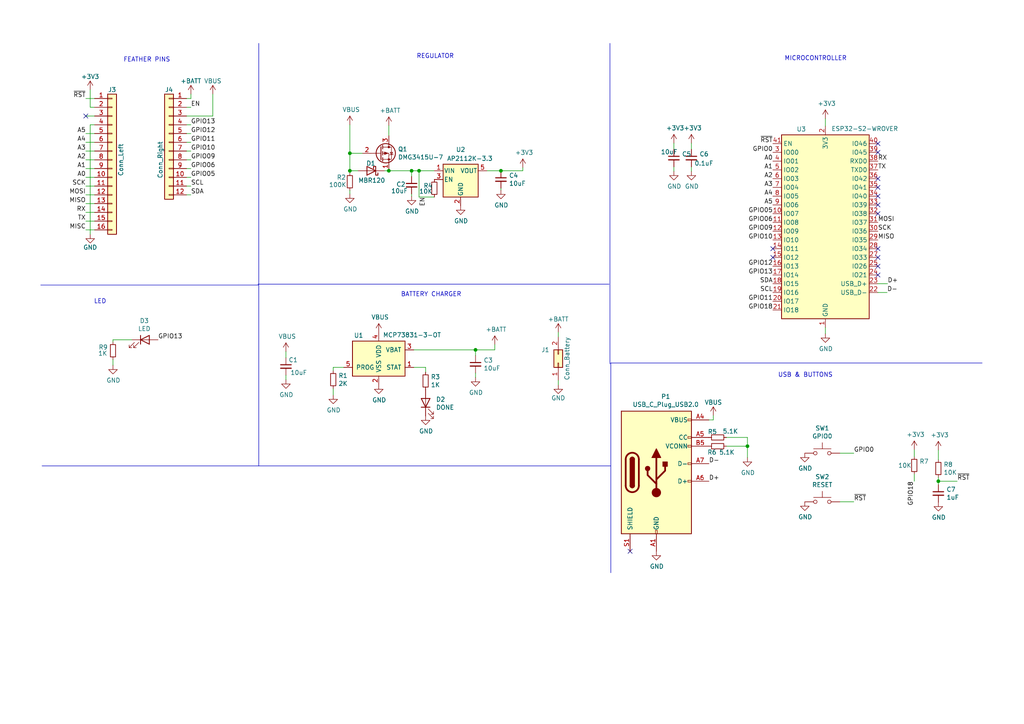
<source format=kicad_sch>
(kicad_sch (version 20230121) (generator eeschema)
  (paper "A4")
  (title_block (title "Bast WiFi Things") (date "2020-04-25") (rev "1.1 Beta") (company "Electronic Cats") (comment 4 "Andres Sabas"))
  (lib_symbols
    (symbol "BastWiFi-rescue:+3.3V-power" (power) (pin_names (offset 0))
      (property "Value" "+3.3V-power" (at 0 3.556 0))
      (symbol "+3.3V-power_0_1"
        (polyline (pts (xy -0.762 1.27) (xy 0 2.54)))
        (polyline (pts (xy 0 0) (xy 0 2.54)))
        (polyline (pts (xy 0 2.54) (xy 0.762 1.27)))
      )
      (symbol "+3.3V-power_1_1"
        (pin power_in line (at 0 0 90) (length 0) hide (name "+3V3") (number "1"))
      )
    )
    (symbol "BastWiFi-rescue:AP2112K-3.3-Regulator_Linear" (pin_names (offset 0.254))
      (property "Reference" "U" (at -5.08 5.715 0))
      (property "Value" "Regulator_Linear_AP2112K-3.3" (at 0 5.715 0))
      (symbol "AP2112K-3.3-Regulator_Linear_0_1"
        (rectangle (start -5.08 4.445) (end 5.08 -5.08) (stroke (width 0.254)) (fill (type background)))
      )
      (symbol "AP2112K-3.3-Regulator_Linear_1_1"
        (pin power_in line (at -7.62 2.54 0) (length 2.54) (name "VIN") (number "1"))
        (pin power_in line (at 0 -7.62 90) (length 2.54) (name "GND") (number "2"))
        (pin input line (at -7.62 0 0) (length 2.54) (name "EN") (number "3"))
        (pin no_connect line (at 7.62 0 180) (length 2.54) hide (name "NC") (number "4"))
        (pin power_out line (at 7.62 2.54 180) (length 2.54) (name "VOUT") (number "5"))
      )
    )
    (symbol "BastWiFi-rescue:ESP32-S2-WROVER-RF_Module"
      (property "Reference" "U" (at -12.7 29.21 0))
      (property "Value" "ESP32-S2-WROVER-RF_Module" (at 2.54 29.21 0))
      (symbol "ESP32-S2-WROVER-RF_Module_0_1"
        (rectangle (start -12.7 27.94) (end 12.7 -25.4) (stroke (width 0.254)) (fill (type background)))
      )
      (symbol "ESP32-S2-WROVER-RF_Module_1_1"
        (pin power_in line (at 0 -27.94 90) (length 2.54) (name "GND") (number "1"))
        (pin bidirectional line (at -15.24 5.08 0) (length 2.54) (name "IO07") (number "10"))
        (pin bidirectional line (at -15.24 2.54 0) (length 2.54) (name "IO08") (number "11"))
        (pin bidirectional line (at -15.24 0 0) (length 2.54) (name "IO09") (number "12"))
        (pin bidirectional line (at -15.24 -2.54 0) (length 2.54) (name "IO10") (number "13"))
        (pin bidirectional line (at -15.24 -5.08 0) (length 2.54) (name "IO11") (number "14"))
        (pin bidirectional line (at -15.24 -7.62 0) (length 2.54) (name "IO12") (number "15"))
        (pin bidirectional line (at -15.24 -10.16 0) (length 2.54) (name "IO13") (number "16"))
        (pin bidirectional line (at -15.24 -12.7 0) (length 2.54) (name "IO14") (number "17"))
        (pin bidirectional line (at -15.24 -15.24 0) (length 2.54) (name "IO15") (number "18"))
        (pin bidirectional line (at -15.24 -17.78 0) (length 2.54) (name "IO16") (number "19"))
        (pin power_in line (at 0 30.48 270) (length 2.54) (name "3V3") (number "2"))
        (pin bidirectional line (at -15.24 -20.32 0) (length 2.54) (name "IO17") (number "20"))
        (pin bidirectional line (at -15.24 -22.86 0) (length 2.54) (name "IO18") (number "21"))
        (pin bidirectional line (at 15.24 -17.78 180) (length 2.54) (name "USB_D-") (number "22"))
        (pin bidirectional line (at 15.24 -15.24 180) (length 2.54) (name "USB_D+") (number "23"))
        (pin bidirectional line (at 15.24 -12.7 180) (length 2.54) (name "IO21") (number "24"))
        (pin bidirectional line (at 15.24 -10.16 180) (length 2.54) (name "IO26") (number "25"))
        (pin passive line (at 0 -27.94 90) (length 2.54) hide (name "GND") (number "26"))
        (pin bidirectional line (at 15.24 -7.62 180) (length 2.54) (name "IO33") (number "27"))
        (pin bidirectional line (at 15.24 -5.08 180) (length 2.54) (name "IO34") (number "28"))
        (pin bidirectional line (at 15.24 -2.54 180) (length 2.54) (name "IO35") (number "29"))
        (pin bidirectional line (at -15.24 22.86 0) (length 2.54) (name "IO00") (number "3"))
        (pin bidirectional line (at 15.24 0 180) (length 2.54) (name "IO36") (number "30"))
        (pin bidirectional line (at 15.24 2.54 180) (length 2.54) (name "IO37") (number "31"))
        (pin bidirectional line (at 15.24 5.08 180) (length 2.54) (name "IO38") (number "32"))
        (pin bidirectional line (at 15.24 7.62 180) (length 2.54) (name "IO39") (number "33"))
        (pin bidirectional line (at 15.24 10.16 180) (length 2.54) (name "IO40") (number "34"))
        (pin bidirectional line (at 15.24 12.7 180) (length 2.54) (name "IO41") (number "35"))
        (pin bidirectional line (at 15.24 15.24 180) (length 2.54) (name "IO42") (number "36"))
        (pin bidirectional line (at 15.24 17.78 180) (length 2.54) (name "TXD0") (number "37"))
        (pin bidirectional line (at 15.24 20.32 180) (length 2.54) (name "RXD0") (number "38"))
        (pin bidirectional line (at 15.24 22.86 180) (length 2.54) (name "IO45") (number "39"))
        (pin bidirectional line (at -15.24 20.32 0) (length 2.54) (name "IO01") (number "4"))
        (pin input line (at 15.24 25.4 180) (length 2.54) (name "IO46") (number "40"))
        (pin input line (at -15.24 25.4 0) (length 2.54) (name "EN") (number "41"))
        (pin passive line (at 0 -27.94 90) (length 2.54) hide (name "GND") (number "42"))
        (pin passive line (at 0 -27.94 90) (length 2.54) hide (name "GND") (number "43"))
        (pin bidirectional line (at -15.24 17.78 0) (length 2.54) (name "IO02") (number "5"))
        (pin bidirectional line (at -15.24 15.24 0) (length 2.54) (name "IO03") (number "6"))
        (pin bidirectional line (at -15.24 12.7 0) (length 2.54) (name "IO04") (number "7"))
        (pin bidirectional line (at -15.24 10.16 0) (length 2.54) (name "IO05") (number "8"))
        (pin bidirectional line (at -15.24 7.62 0) (length 2.54) (name "IO06") (number "9"))
      )
    )
    (symbol "BastWiFi-rescue:MCP73831-3-OT-Battery_Management" (pin_names (offset 1.016))
      (property "Reference" "U" (at -7.62 6.35 0))
      (property "Value" "Battery_Management_MCP73831-3-OT" (at 1.27 6.35 0))
      (symbol "MCP73831-3-OT-Battery_Management_0_1"
        (rectangle (start -7.62 5.08) (end 7.62 -5.08) (stroke (width 0.254)) (fill (type background)))
      )
      (symbol "MCP73831-3-OT-Battery_Management_1_1"
        (pin output line (at 10.16 -2.54 180) (length 2.54) (name "STAT") (number "1"))
        (pin power_in line (at 0 -7.62 90) (length 2.54) (name "VSS") (number "2"))
        (pin power_out line (at 10.16 2.54 180) (length 2.54) (name "VBAT") (number "3"))
        (pin power_in line (at 0 7.62 270) (length 2.54) (name "VDD") (number "4"))
        (pin input line (at -10.16 -2.54 0) (length 2.54) (name "PROG") (number "5"))
      )
    )
    (symbol "BastWiFi-rescue:USB_C_Plug_USB2.0-Connector" (pin_names (offset 1.016))
      (property "Reference" "P" (at -10.16 19.05 0))
      (property "Value" "Connector_USB_C_Plug_USB2.0" (at 12.7 19.05 0))
      (symbol "USB_C_Plug_USB2.0-Connector_0_0"
        (rectangle (start -0.254 -17.78) (end 0.254 -16.764))
        (rectangle (start 10.16 -2.286) (end 9.144 -2.794))
        (rectangle (start 10.16 2.794) (end 9.144 2.286))
        (rectangle (start 10.16 7.874) (end 9.144 7.366))
        (rectangle (start 10.16 10.414) (end 9.144 9.906))
        (rectangle (start 10.16 15.494) (end 9.144 14.986))
      )
      (symbol "USB_C_Plug_USB2.0-Connector_0_1"
        (rectangle (start -10.16 17.78) (end 10.16 -17.78) (stroke (width 0.254)) (fill (type background)))
        (arc (start -8.89 -3.81) (mid -6.985 -5.7067) (end -5.08 -3.81) (stroke (width 0.508)))
        (arc (start -7.62 -3.81) (mid -6.985 -4.4423) (end -6.35 -3.81) (stroke (width 0.254)))
        (arc (start -7.62 -3.81) (mid -6.985 -4.4423) (end -6.35 -3.81) (stroke (width 0.254)) (fill (type outline)))
        (rectangle (start -7.62 -3.81) (end -6.35 3.81) (stroke (width 0.254)) (fill (type outline)))
        (arc (start -6.35 3.81) (mid -6.985 4.4423) (end -7.62 3.81) (stroke (width 0.254)))
        (arc (start -6.35 3.81) (mid -6.985 4.4423) (end -7.62 3.81) (stroke (width 0.254)) (fill (type outline)))
        (arc (start -5.08 3.81) (mid -6.985 5.7067) (end -8.89 3.81) (stroke (width 0.508)))
        (circle (center -2.54 1.143) (radius 0.635) (stroke (width 0.254)) (fill (type outline)))
        (circle (center 0 -5.842) (radius 1.27) (fill (type outline)))
        (polyline (pts (xy -8.89 -3.81) (xy -8.89 3.81)) (stroke (width 0.508)))
        (polyline (pts (xy -5.08 3.81) (xy -5.08 -3.81)) (stroke (width 0.508)))
        (polyline (pts (xy 0 -5.842) (xy 0 4.318)) (stroke (width 0.508)))
        (polyline (pts (xy 0 -3.302) (xy -2.54 -0.762) (xy -2.54 0.508)) (stroke (width 0.508)))
        (polyline (pts (xy 0 -2.032) (xy 2.54 0.508) (xy 2.54 1.778)) (stroke (width 0.508)))
        (polyline (pts (xy -1.27 4.318) (xy 0 6.858) (xy 1.27 4.318) (xy -1.27 4.318)) (stroke (width 0.254)) (fill (type outline)))
        (rectangle (start 1.905 1.778) (end 3.175 3.048) (stroke (width 0.254)) (fill (type outline)))
      )
      (symbol "USB_C_Plug_USB2.0-Connector_1_1"
        (pin power_in line (at 0 -22.86 90) (length 5.08) (name "GND") (number "A1"))
        (pin passive line (at 0 -22.86 90) (length 5.08) hide (name "GND") (number "A12"))
        (pin power_in line (at 15.24 15.24 180) (length 5.08) (name "VBUS") (number "A4"))
        (pin bidirectional line (at 15.24 10.16 180) (length 5.08) (name "CC") (number "A5"))
        (pin bidirectional line (at 15.24 -2.54 180) (length 5.08) (name "D+") (number "A6"))
        (pin bidirectional line (at 15.24 2.54 180) (length 5.08) (name "D-") (number "A7"))
        (pin passive line (at 15.24 15.24 180) (length 5.08) hide (name "VBUS") (number "A9"))
        (pin passive line (at 0 -22.86 90) (length 5.08) hide (name "GND") (number "B1"))
        (pin passive line (at 0 -22.86 90) (length 5.08) hide (name "GND") (number "B12"))
        (pin passive line (at 15.24 15.24 180) (length 5.08) hide (name "VBUS") (number "B4"))
        (pin bidirectional line (at 15.24 7.62 180) (length 5.08) (name "VCONN") (number "B5"))
        (pin passive line (at 15.24 15.24 180) (length 5.08) hide (name "VBUS") (number "B9"))
        (pin passive line (at -7.62 -22.86 90) (length 5.08) (name "SHIELD") (number "S1"))
      )
    )
    (symbol "Connector_Generic:Conn_01x12" (pin_names (offset 1.016) hide)
      (property "Reference" "J" (at 0 15.24 0))
      (property "Value" "Conn_01x12" (at 0 -17.78 0))
      (symbol "Conn_01x12_1_1"
        (rectangle (start -1.27 -15.113) (end 0 -15.367) (stroke (width 0.1524)))
        (rectangle (start -1.27 -12.573) (end 0 -12.827) (stroke (width 0.1524)))
        (rectangle (start -1.27 -10.033) (end 0 -10.287) (stroke (width 0.1524)))
        (rectangle (start -1.27 -7.493) (end 0 -7.747) (stroke (width 0.1524)))
        (rectangle (start -1.27 -4.953) (end 0 -5.207) (stroke (width 0.1524)))
        (rectangle (start -1.27 -2.413) (end 0 -2.667) (stroke (width 0.1524)))
        (rectangle (start -1.27 0.127) (end 0 -0.127) (stroke (width 0.1524)))
        (rectangle (start -1.27 2.667) (end 0 2.413) (stroke (width 0.1524)))
        (rectangle (start -1.27 5.207) (end 0 4.953) (stroke (width 0.1524)))
        (rectangle (start -1.27 7.747) (end 0 7.493) (stroke (width 0.1524)))
        (rectangle (start -1.27 10.287) (end 0 10.033) (stroke (width 0.1524)))
        (rectangle (start -1.27 12.827) (end 0 12.573) (stroke (width 0.1524)))
        (rectangle (start -1.27 13.97) (end 1.27 -16.51) (stroke (width 0.254)) (fill (type background)))
        (pin passive line (at -5.08 12.7 0) (length 3.81) (name "Pin_1") (number "1"))
        (pin passive line (at -5.08 -10.16 0) (length 3.81) (name "Pin_10") (number "10"))
        (pin passive line (at -5.08 -12.7 0) (length 3.81) (name "Pin_11") (number "11"))
        (pin passive line (at -5.08 -15.24 0) (length 3.81) (name "Pin_12") (number "12"))
        (pin passive line (at -5.08 10.16 0) (length 3.81) (name "Pin_2") (number "2"))
        (pin passive line (at -5.08 7.62 0) (length 3.81) (name "Pin_3") (number "3"))
        (pin passive line (at -5.08 5.08 0) (length 3.81) (name "Pin_4") (number "4"))
        (pin passive line (at -5.08 2.54 0) (length 3.81) (name "Pin_5") (number "5"))
        (pin passive line (at -5.08 0 0) (length 3.81) (name "Pin_6") (number "6"))
        (pin passive line (at -5.08 -2.54 0) (length 3.81) (name "Pin_7") (number "7"))
        (pin passive line (at -5.08 -5.08 0) (length 3.81) (name "Pin_8") (number "8"))
        (pin passive line (at -5.08 -7.62 0) (length 3.81) (name "Pin_9") (number "9"))
      )
    )
    (symbol "Connector_Generic:Conn_01x16" (pin_names (offset 1.016) hide)
      (property "Reference" "J" (at 0 20.32 0))
      (property "Value" "Conn_01x16" (at 0 -22.86 0))
      (symbol "Conn_01x16_1_1"
        (rectangle (start -1.27 -20.193) (end 0 -20.447) (stroke (width 0.1524)))
        (rectangle (start -1.27 -17.653) (end 0 -17.907) (stroke (width 0.1524)))
        (rectangle (start -1.27 -15.113) (end 0 -15.367) (stroke (width 0.1524)))
        (rectangle (start -1.27 -12.573) (end 0 -12.827) (stroke (width 0.1524)))
        (rectangle (start -1.27 -10.033) (end 0 -10.287) (stroke (width 0.1524)))
        (rectangle (start -1.27 -7.493) (end 0 -7.747) (stroke (width 0.1524)))
        (rectangle (start -1.27 -4.953) (end 0 -5.207) (stroke (width 0.1524)))
        (rectangle (start -1.27 -2.413) (end 0 -2.667) (stroke (width 0.1524)))
        (rectangle (start -1.27 0.127) (end 0 -0.127) (stroke (width 0.1524)))
        (rectangle (start -1.27 2.667) (end 0 2.413) (stroke (width 0.1524)))
        (rectangle (start -1.27 5.207) (end 0 4.953) (stroke (width 0.1524)))
        (rectangle (start -1.27 7.747) (end 0 7.493) (stroke (width 0.1524)))
        (rectangle (start -1.27 10.287) (end 0 10.033) (stroke (width 0.1524)))
        (rectangle (start -1.27 12.827) (end 0 12.573) (stroke (width 0.1524)))
        (rectangle (start -1.27 15.367) (end 0 15.113) (stroke (width 0.1524)))
        (rectangle (start -1.27 17.907) (end 0 17.653) (stroke (width 0.1524)))
        (rectangle (start -1.27 19.05) (end 1.27 -21.59) (stroke (width 0.254)) (fill (type background)))
        (pin passive line (at -5.08 17.78 0) (length 3.81) (name "Pin_1") (number "1"))
        (pin passive line (at -5.08 -5.08 0) (length 3.81) (name "Pin_10") (number "10"))
        (pin passive line (at -5.08 -7.62 0) (length 3.81) (name "Pin_11") (number "11"))
        (pin passive line (at -5.08 -10.16 0) (length 3.81) (name "Pin_12") (number "12"))
        (pin passive line (at -5.08 -12.7 0) (length 3.81) (name "Pin_13") (number "13"))
        (pin passive line (at -5.08 -15.24 0) (length 3.81) (name "Pin_14") (number "14"))
        (pin passive line (at -5.08 -17.78 0) (length 3.81) (name "Pin_15") (number "15"))
        (pin passive line (at -5.08 -20.32 0) (length 3.81) (name "Pin_16") (number "16"))
        (pin passive line (at -5.08 15.24 0) (length 3.81) (name "Pin_2") (number "2"))
        (pin passive line (at -5.08 12.7 0) (length 3.81) (name "Pin_3") (number "3"))
        (pin passive line (at -5.08 10.16 0) (length 3.81) (name "Pin_4") (number "4"))
        (pin passive line (at -5.08 7.62 0) (length 3.81) (name "Pin_5") (number "5"))
        (pin passive line (at -5.08 5.08 0) (length 3.81) (name "Pin_6") (number "6"))
        (pin passive line (at -5.08 2.54 0) (length 3.81) (name "Pin_7") (number "7"))
        (pin passive line (at -5.08 0 0) (length 3.81) (name "Pin_8") (number "8"))
        (pin passive line (at -5.08 -2.54 0) (length 3.81) (name "Pin_9") (number "9"))
      )
    )
    (symbol "Connector_Generic:Conn_02x01" (pin_names (offset 1.016) hide)
      (property "Reference" "J" (at 1.27 2.54 0))
      (property "Value" "Conn_02x01" (at 1.27 -2.54 0))
      (symbol "Conn_02x01_1_1"
        (rectangle (start -1.27 0.127) (end 0 -0.127) (stroke (width 0.1524)))
        (rectangle (start -1.27 1.27) (end 3.81 -1.27) (stroke (width 0.254)) (fill (type background)))
        (rectangle (start 3.81 0.127) (end 2.54 -0.127) (stroke (width 0.1524)))
        (pin passive line (at -5.08 0 0) (length 3.81) (name "Pin_1") (number "1"))
        (pin passive line (at 7.62 0 180) (length 3.81) (name "Pin_2") (number "2"))
      )
    )
    (symbol "Device:C_Small" (pin_numbers hide) (pin_names (offset 0.254) hide)
      (property "Reference" "C" (at 0.254 1.778 0))
      (property "Value" "C_Small" (at 0.254 -2.032 0))
      (symbol "C_Small_0_1"
        (polyline (pts (xy -1.524 -0.508) (xy 1.524 -0.508)) (stroke (width 0.3302)))
        (polyline (pts (xy -1.524 0.508) (xy 1.524 0.508)) (stroke (width 0.3048)))
      )
      (symbol "C_Small_1_1"
        (pin passive line (at 0 2.54 270) (length 2.032) (name "~") (number "1"))
        (pin passive line (at 0 -2.54 90) (length 2.032) (name "~") (number "2"))
      )
    )
    (symbol "Device:LED" (pin_numbers hide) (pin_names (offset 1.016) hide)
      (property "Reference" "D" (at 0 2.54 0))
      (property "Value" "LED" (at 0 -2.54 0))
      (symbol "LED_0_1"
        (polyline (pts (xy -1.27 -1.27) (xy -1.27 1.27)) (stroke (width 0.254)))
        (polyline (pts (xy -1.27 0) (xy 1.27 0)))
        (polyline (pts (xy 1.27 -1.27) (xy 1.27 1.27) (xy -1.27 0) (xy 1.27 -1.27)) (stroke (width 0.254)))
        (polyline (pts (xy -3.048 -0.762) (xy -4.572 -2.286) (xy -3.81 -2.286) (xy -4.572 -2.286) (xy -4.572 -1.524)))
        (polyline (pts (xy -1.778 -0.762) (xy -3.302 -2.286) (xy -2.54 -2.286) (xy -3.302 -2.286) (xy -3.302 -1.524)))
      )
      (symbol "LED_1_1"
        (pin passive line (at -3.81 0 0) (length 2.54) (name "K") (number "1"))
        (pin passive line (at 3.81 0 180) (length 2.54) (name "A") (number "2"))
      )
    )
    (symbol "Device:R_Small" (pin_numbers hide) (pin_names (offset 0.254) hide)
      (property "Reference" "R" (at 0.762 0.508 0))
      (property "Value" "R_Small" (at 0.762 -1.016 0))
      (symbol "R_Small_0_1"
        (rectangle (start -0.762 1.778) (end 0.762 -1.778) (stroke (width 0.2032)))
      )
      (symbol "R_Small_1_1"
        (pin passive line (at 0 2.54 270) (length 0.762) (name "~") (number "1"))
        (pin passive line (at 0 -2.54 90) (length 0.762) (name "~") (number "2"))
      )
    )
    (symbol "Diode:MBR340" (pin_numbers hide) (pin_names (offset 1.016) hide)
      (property "Reference" "D" (at 0 2.54 0))
      (property "Value" "MBR340" (at 0 -2.54 0))
      (symbol "MBR340_0_1"
        (polyline (pts (xy 1.27 0) (xy -1.27 0)))
        (polyline (pts (xy 1.27 1.27) (xy 1.27 -1.27) (xy -1.27 0) (xy 1.27 1.27)) (stroke (width 0.254)))
        (polyline (pts (xy -1.905 0.635) (xy -1.905 1.27) (xy -1.27 1.27) (xy -1.27 -1.27) (xy -0.635 -1.27) (xy -0.635 -0.635)) (stroke (width 0.254)))
      )
      (symbol "MBR340_1_1"
        (pin passive line (at -3.81 0 0) (length 2.54) (name "K") (number "1"))
        (pin passive line (at 3.81 0 180) (length 2.54) (name "A") (number "2"))
      )
    )
    (symbol "Switch:SW_Push" (pin_numbers hide) (pin_names (offset 1.016) hide)
      (property "Reference" "SW" (at 1.27 2.54 0))
      (property "Value" "SW_Push" (at 0 -1.524 0))
      (symbol "SW_Push_0_1"
        (circle (center -2.032 0) (radius 0.508))
        (polyline (pts (xy 0 1.27) (xy 0 3.048)))
        (polyline (pts (xy 2.54 1.27) (xy -2.54 1.27)))
        (circle (center 2.032 0) (radius 0.508))
        (pin passive line (at -5.08 0 0) (length 2.54) (name "1") (number "1"))
        (pin passive line (at 5.08 0 180) (length 2.54) (name "2") (number "2"))
      )
    )
    (symbol "Transistor_FET:TP0610L" (pin_names hide)
      (property "Reference" "Q" (at 5.08 1.905 0))
      (property "Value" "TP0610L" (at 5.08 0 0))
      (symbol "TP0610L_0_1"
        (polyline (pts (xy 0.254 0) (xy -2.54 0)))
        (polyline (pts (xy 0.254 1.905) (xy 0.254 -1.905)) (stroke (width 0.254)))
        (polyline (pts (xy 0.762 -1.27) (xy 0.762 -2.286)) (stroke (width 0.254)))
        (polyline (pts (xy 0.762 0.508) (xy 0.762 -0.508)) (stroke (width 0.254)))
        (polyline (pts (xy 0.762 2.286) (xy 0.762 1.27)) (stroke (width 0.254)))
        (polyline (pts (xy 2.54 2.54) (xy 2.54 1.778)))
        (polyline (pts (xy 2.54 -2.54) (xy 2.54 0) (xy 0.762 0)))
        (polyline (pts (xy 0.762 1.778) (xy 3.302 1.778) (xy 3.302 -1.778) (xy 0.762 -1.778)))
        (polyline (pts (xy 2.286 0) (xy 1.27 0.381) (xy 1.27 -0.381) (xy 2.286 0)) (fill (type outline)))
        (polyline (pts (xy 2.794 -0.508) (xy 2.921 -0.381) (xy 3.683 -0.381) (xy 3.81 -0.254)))
        (polyline (pts (xy 3.302 -0.381) (xy 2.921 0.254) (xy 3.683 0.254) (xy 3.302 -0.381)))
        (circle (center 1.651 0) (radius 2.794) (stroke (width 0.254)))
        (circle (center 2.54 -1.778) (radius 0.254) (fill (type outline)))
        (circle (center 2.54 1.778) (radius 0.254) (fill (type outline)))
      )
      (symbol "TP0610L_1_1"
        (pin passive line (at 2.54 -5.08 90) (length 2.54) (name "S") (number "1"))
        (pin input line (at -5.08 0 0) (length 2.54) (name "G") (number "2"))
        (pin passive line (at 2.54 5.08 270) (length 2.54) (name "D") (number "3"))
      )
    )
    (symbol "power:+3V3" (power) (pin_names (offset 0))
      (property "Value" "+3V3" (at 0 3.556 0))
      (symbol "+3V3_0_1"
        (polyline (pts (xy -0.762 1.27) (xy 0 2.54)))
        (polyline (pts (xy 0 0) (xy 0 2.54)))
        (polyline (pts (xy 0 2.54) (xy 0.762 1.27)))
      )
      (symbol "+3V3_1_1"
        (pin power_in line (at 0 0 90) (length 0) hide (name "+3V3") (number "1"))
      )
    )
    (symbol "power:+BATT" (power) (pin_names (offset 0))
      (property "Value" "+BATT" (at 0 3.556 0))
      (symbol "+BATT_0_1"
        (polyline (pts (xy -0.762 1.27) (xy 0 2.54)))
        (polyline (pts (xy 0 0) (xy 0 2.54)))
        (polyline (pts (xy 0 2.54) (xy 0.762 1.27)))
      )
      (symbol "+BATT_1_1"
        (pin power_in line (at 0 0 90) (length 0) hide (name "+BATT") (number "1"))
      )
    )
    (symbol "power:GND" (power) (pin_names (offset 0))
      (property "Value" "GND" (at 0 -3.81 0))
      (symbol "GND_0_1"
        (polyline (pts (xy 0 0) (xy 0 -1.27) (xy 1.27 -1.27) (xy 0 -2.54) (xy -1.27 -1.27) (xy 0 -1.27)))
      )
      (symbol "GND_1_1"
        (pin power_in line (at 0 0 270) (length 0) hide (name "GND") (number "1"))
      )
    )
    (symbol "power:VBUS" (power) (pin_names (offset 0))
      (property "Value" "VBUS" (at 0 3.81 0))
      (symbol "VBUS_0_1"
        (polyline (pts (xy -0.762 1.27) (xy 0 2.54)))
        (polyline (pts (xy 0 0) (xy 0 2.54)))
        (polyline (pts (xy 0 2.54) (xy 0.762 1.27)))
      )
      (symbol "VBUS_1_1"
        (pin power_in line (at 0 0 90) (length 0) hide (name "VBUS") (number "1"))
      )
    )
  )
  (junction (at 145.288 49.53))
  (junction (at 216.789 129.413))
  (junction (at 101.473 49.53))
  (junction (at 119.38 49.53))
  (junction (at 101.473 44.45))
  (junction (at 137.922 101.473))
  (junction (at 121.539 49.53))
  (junction (at 272.161 139.573))
  (junction (at 112.776 49.53))
  (no_connect (at 254.635 56.896))
  (no_connect (at 224.155 72.136))
  (no_connect (at 254.635 41.656))
  (no_connect (at 254.635 72.136))
  (no_connect (at 254.635 54.356))
  (no_connect (at 254.635 44.196))
  (no_connect (at 224.155 74.676))
  (no_connect (at 254.635 74.676))
  (no_connect (at 254.635 51.816))
  (no_connect (at 254.635 59.436))
  (no_connect (at 254.635 61.976))
  (no_connect (at 254.635 79.756))
  (no_connect (at 24.892 33.655))
  (no_connect (at 182.753 159.893))
  (no_connect (at 254.635 77.216))
  (wire (pts (xy 27.432 43.815) (xy 24.892 43.815)))
  (wire (pts (xy 125.984 57.15) (xy 121.539 57.15)))
  (wire (pts (xy 125.984 49.53) (xy 121.539 49.53)))
  (wire (pts (xy 119.38 56.261) (xy 119.38 56.896)))
  (wire (pts (xy 137.922 103.124) (xy 137.922 101.473)))
  (wire (pts (xy 195.453 49.657) (xy 195.453 48.387)))
  (wire (pts (xy 55.372 28.575) (xy 55.372 27.305)))
  (wire (pts (xy 216.789 129.413) (xy 216.789 132.715)))
  (polyline (pts (xy 176.911 105.537) (xy 176.911 12.573)))
  (wire (pts (xy 239.395 36.576) (xy 239.395 34.417)))
  (wire (pts (xy 32.766 104.267) (xy 32.766 105.918)))
  (wire (pts (xy 239.395 94.996) (xy 239.395 96.774)))
  (wire (pts (xy 54.102 48.895) (xy 55.372 48.895)))
  (wire (pts (xy 101.473 36.195) (xy 101.473 44.45)))
  (wire (pts (xy 101.473 49.53) (xy 101.473 50.165)))
  (wire (pts (xy 96.647 106.553) (xy 96.647 107.569)))
  (wire (pts (xy 54.102 31.115) (xy 55.372 31.115)))
  (wire (pts (xy 27.432 48.895) (xy 24.892 48.895)))
  (wire (pts (xy 121.539 49.53) (xy 119.38 49.53)))
  (wire (pts (xy 61.722 27.305) (xy 61.722 33.655)))
  (wire (pts (xy 272.161 138.43) (xy 272.161 139.573)))
  (polyline (pts (xy 12.192 135.128) (xy 177.165 135.128)))
  (wire (pts (xy 54.102 43.815) (xy 55.372 43.815)))
  (wire (pts (xy 27.432 46.355) (xy 24.892 46.355)))
  (wire (pts (xy 82.931 110.109) (xy 82.931 108.839)))
  (wire (pts (xy 119.38 51.181) (xy 119.38 49.53)))
  (wire (pts (xy 137.922 109.474) (xy 137.922 108.204)))
  (wire (pts (xy 27.432 33.655) (xy 24.892 33.655)))
  (wire (pts (xy 27.432 41.275) (xy 24.892 41.275)))
  (wire (pts (xy 120.015 101.473) (xy 137.922 101.473)))
  (wire (pts (xy 141.224 49.53) (xy 145.288 49.53)))
  (wire (pts (xy 32.766 98.552) (xy 32.766 99.187)))
  (wire (pts (xy 243.586 131.445) (xy 247.65 131.445)))
  (wire (pts (xy 205.613 121.793) (xy 206.883 121.793)))
  (polyline (pts (xy 284.861 105.283) (xy 177.165 105.283)))
  (wire (pts (xy 112.776 39.37) (xy 112.776 36.449)))
  (wire (pts (xy 119.38 49.53) (xy 112.776 49.53)))
  (wire (pts (xy 54.102 46.355) (xy 55.372 46.355)))
  (wire (pts (xy 82.931 103.759) (xy 82.931 101.981)))
  (wire (pts (xy 27.432 64.135) (xy 24.892 64.135)))
  (wire (pts (xy 206.883 121.793) (xy 206.883 120.523)))
  (wire (pts (xy 101.473 44.45) (xy 101.473 49.53)))
  (polyline (pts (xy 177.165 105.283) (xy 177.165 166.116)))
  (wire (pts (xy 151.638 49.53) (xy 151.638 48.641)))
  (wire (pts (xy 54.102 53.975) (xy 55.372 53.975)))
  (wire (pts (xy 32.766 98.552) (xy 38.227 98.552)))
  (wire (pts (xy 137.922 101.473) (xy 143.51 101.473)))
  (wire (pts (xy 210.693 126.873) (xy 216.789 126.873)))
  (wire (pts (xy 254.635 84.836) (xy 257.302 84.836)))
  (wire (pts (xy 27.432 59.055) (xy 24.892 59.055)))
  (wire (pts (xy 27.432 51.435) (xy 24.892 51.435)))
  (wire (pts (xy 54.102 56.515) (xy 55.372 56.515)))
  (wire (pts (xy 265.176 132.461) (xy 265.176 130.429)))
  (wire (pts (xy 145.288 54.61) (xy 145.288 55.118)))
  (wire (pts (xy 27.432 36.195) (xy 26.162 36.195)))
  (wire (pts (xy 99.695 106.553) (xy 96.647 106.553)))
  (polyline (pts (xy 74.803 82.423) (xy 176.657 82.423)))
  (polyline (pts (xy 75.057 12.573) (xy 75.057 135.128)))
  (wire (pts (xy 105.156 44.45) (xy 101.473 44.45)))
  (wire (pts (xy 195.453 43.307) (xy 195.453 41.529)))
  (wire (pts (xy 121.539 57.15) (xy 121.539 49.53)))
  (wire (pts (xy 27.432 38.735) (xy 24.892 38.735)))
  (wire (pts (xy 54.102 36.195) (xy 55.372 36.195)))
  (wire (pts (xy 27.432 31.115) (xy 26.162 31.115)))
  (wire (pts (xy 96.647 112.649) (xy 96.647 114.554)))
  (wire (pts (xy 54.102 51.435) (xy 55.372 51.435)))
  (wire (pts (xy 200.533 49.657) (xy 200.533 48.387)))
  (wire (pts (xy 272.161 133.35) (xy 272.161 130.556)))
  (wire (pts (xy 161.925 110.363) (xy 161.925 111.633)))
  (wire (pts (xy 27.432 66.675) (xy 24.892 66.675)))
  (wire (pts (xy 200.533 43.307) (xy 200.533 41.529)))
  (wire (pts (xy 26.162 36.195) (xy 26.162 67.945)))
  (wire (pts (xy 54.102 33.655) (xy 61.722 33.655)))
  (wire (pts (xy 243.586 145.542) (xy 247.65 145.542)))
  (wire (pts (xy 216.789 126.873) (xy 216.789 129.413)))
  (wire (pts (xy 101.473 55.245) (xy 101.473 56.261)))
  (wire (pts (xy 254.635 82.296) (xy 257.429 82.296)))
  (wire (pts (xy 54.102 38.735) (xy 55.372 38.735)))
  (wire (pts (xy 272.161 139.573) (xy 277.622 139.573)))
  (polyline (pts (xy 11.811 82.677) (xy 75.057 82.677)))
  (wire (pts (xy 210.693 129.413) (xy 216.789 129.413)))
  (wire (pts (xy 103.886 49.53) (xy 101.473 49.53)))
  (wire (pts (xy 123.444 106.553) (xy 123.444 107.95)))
  (wire (pts (xy 112.776 49.53) (xy 111.506 49.53)))
  (wire (pts (xy 265.176 137.541) (xy 265.176 139.573)))
  (wire (pts (xy 27.432 61.595) (xy 24.892 61.595)))
  (wire (pts (xy 27.432 53.975) (xy 24.892 53.975)))
  (wire (pts (xy 54.102 41.275) (xy 55.372 41.275)))
  (wire (pts (xy 27.432 56.515) (xy 24.892 56.515)))
  (wire (pts (xy 27.432 28.575) (xy 24.892 28.575)))
  (wire (pts (xy 161.925 97.663) (xy 161.925 96.393)))
  (wire (pts (xy 272.161 139.573) (xy 272.161 140.589)))
  (wire (pts (xy 26.162 26.035) (xy 26.162 31.115)))
  (wire (pts (xy 120.015 106.553) (xy 123.444 106.553)))
  (wire (pts (xy 143.51 101.473) (xy 143.51 99.949)))
  (wire (pts (xy 145.288 49.53) (xy 151.638 49.53)))
  (wire (pts (xy 54.102 28.575) (xy 55.372 28.575)))
  (text "BATTERY CHARGER" (at 133.858 86.233 0) (effects (font (size 1.27 1.27)) (justify right bottom)))
  (text "REGULATOR" (at 131.699 17.145 0) (effects (font (size 1.27 1.27)) (justify right bottom)))
  (text "MICROCONTROLLER" (at 245.618 17.78 0) (effects (font (size 1.27 1.27)) (justify right bottom)))
  (text "FEATHER PINS" (at 49.403 18.161 0) (effects (font (size 1.27 1.27)) (justify right bottom)))
  (text "USB & BUTTONS" (at 241.554 109.601 0) (effects (font (size 1.27 1.27)) (justify right bottom)))
  (text "LED" (at 30.861 88.265 0) (effects (font (size 1.27 1.27)) (justify right bottom)))
  (label "GPIO09" (at 224.155 67.056 180))
  (label "D+" (at 205.613 139.573 0))
  (label "SCK" (at 24.892 53.975 180))
  (label "MOSI" (at 254.635 64.516 0))
  (label "D-" (at 205.613 134.493 0))
  (label "SCL" (at 55.372 53.975 0))
  (label "GPIO05" (at 224.155 61.976 180))
  (label "MOSI" (at 24.892 56.515 180))
  (label "A5" (at 224.155 59.436 180))
  (label "~{RST}" (at 24.892 28.575 180))
  (label "GPIO0" (at 247.65 131.445 0))
  (label "A4" (at 24.892 41.275 180))
  (label "GPIO18" (at 224.155 89.916 180))
  (label "~{RST}" (at 224.155 41.656 180))
  (label "A3" (at 224.155 54.356 180))
  (label "A1" (at 224.155 49.276 180))
  (label "A1" (at 24.892 48.895 180))
  (label "A3" (at 24.892 43.815 180))
  (label "A0" (at 224.155 46.736 180))
  (label "SDA" (at 55.372 56.515 0))
  (label "GPIO10" (at 55.372 43.815 0))
  (label "SCK" (at 254.635 67.056 0))
  (label "RX" (at 254.635 46.736 0))
  (label "TX" (at 24.892 64.135 180))
  (label "GPIO12" (at 55.372 38.735 0))
  (label "MISC" (at 24.892 66.675 180))
  (label "GPIO13" (at 224.155 79.756 180))
  (label "A0" (at 24.892 51.435 180))
  (label "GPIO09" (at 55.372 46.355 0))
  (label "TX" (at 254.635 49.276 0))
  (label "EN" (at 55.372 31.115 0))
  (label "GPIO13" (at 55.372 36.195 0))
  (label "GPIO06" (at 55.372 48.895 0))
  (label "A2" (at 24.892 46.355 180))
  (label "GPIO05" (at 55.372 51.435 0))
  (label "~{RST}" (at 277.622 139.573 0))
  (label "EN" (at 123.571 57.15 270))
  (label "GPIO0" (at 224.155 44.196 180))
  (label "A2" (at 224.155 51.816 180))
  (label "GPIO18" (at 265.176 139.573 270))
  (label "GPIO11" (at 55.372 41.275 0))
  (label "MISO" (at 24.892 59.055 180))
  (label "RX" (at 24.892 61.595 180))
  (label "GPIO06" (at 224.155 64.516 180))
  (label "SDA" (at 224.155 82.296 180))
  (label "A5" (at 24.892 38.735 180))
  (label "D+" (at 257.429 82.296 0))
  (label "GPIO10" (at 224.155 69.596 180))
  (label "GPIO13" (at 45.847 98.552 0))
  (label "GPIO12" (at 224.155 77.216 180))
  (label "GPIO11" (at 224.155 87.376 180))
  (label "A4" (at 224.155 56.896 180))
  (label "~{RST}" (at 247.65 145.542 0))
  (label "MISO" (at 254.635 69.596 0))
  (label "D-" (at 257.302 84.836 0))
  (label "SCL" (at 224.155 84.836 180))
  (symbol (lib_id "power:GND") (at 161.925 111.633 0) (unit 1)
    (property "Reference" "#PWR0101" (effects hide))
    (property "Value" "GND" (at 161.925 115.443 0))
  )
  (symbol (lib_id "power:+BATT") (at 161.925 96.393 0) (unit 1)
    (property "Reference" "#PWR0102" (effects hide))
    (property "Value" "+BATT" (at 161.925 92.583 0))
  )
  (symbol (lib_id "Connector_Generic:Conn_02x01") (at 161.925 105.283 90) (unit 1)
    (property "Reference" "J1" (at 159.385 101.473 90) (effects (justify left)))
    (property "Value" "Conn_Battery" (at 164.465 104.013 0))
    (property "Footprint" "Connector_JST:JST_PH_B2B-PH-SM4-TB_1x02-1MP_P2.00mm_Vertical" (effects hide))
    (property "Datasheet" "https://lcsc.com/product-detail/Wire-To-Board-Wire-To-Wire-Connector_JST-Sales-America_B2B-PH-SM4-TB-LF-SN_JST-Sales-America-B2B-PH-SM4-TB-LF-SN_C160352.html" (effects hide))
    (property "manf#" "B2B-PH-SM4-TB(LF)(SN)" (effects hide))
  )
  (symbol (lib_id "Connector_Generic:Conn_01x12") (at 49.022 41.275 0) (mirror y) (unit 1)
    (property "Reference" "J4" (at 49.022 26.035 0))
    (property "Value" "Conn_Right" (at 46.482 46.355 90))
    (property "Footprint" "Connector_PinSocket_2.54mm:PinSocket_1x12_P2.54mm_Vertical" (effects hide))
  )
  (symbol (lib_id "Connector_Generic:Conn_01x16") (at 32.512 46.355 0) (unit 1)
    (property "Reference" "J3" (at 32.512 26.035 0))
    (property "Value" "Conn_Left" (at 35.052 46.355 90))
    (property "Footprint" "Connector_PinSocket_2.54mm:PinSocket_1x16_P2.54mm_Vertical" (effects hide))
  )
  (symbol (lib_id "power:+BATT") (at 55.372 27.305 0) (unit 1)
    (property "Reference" "#PWR0103" (effects hide))
    (property "Value" "+BATT" (at 55.372 23.495 0))
  )
  (symbol (lib_id "power:VBUS") (at 61.722 27.305 0) (unit 1)
    (property "Reference" "#PWR0104" (effects hide))
    (property "Value" "VBUS" (at 61.722 23.495 0))
  )
  (symbol (lib_id "power:VBUS") (at 206.883 120.523 0) (unit 1)
    (property "Reference" "#PWR0105" (effects hide))
    (property "Value" "VBUS" (at 206.883 116.713 0))
  )
  (symbol (lib_id "BastWiFi-rescue:+3.3V-power") (at 26.162 26.035 0) (unit 1)
    (property "Reference" "#PWR0107" (effects hide))
    (property "Value" "+3.3V" (at 26.162 22.225 0))
  )
  (symbol (lib_id "power:GND") (at 26.162 67.945 0) (unit 1)
    (property "Reference" "#PWR0108" (effects hide))
    (property "Value" "GND" (at 26.162 71.755 0))
  )
  (symbol (lib_id "BastWiFi-rescue:ESP32-S2-WROVER-RF_Module") (at 239.395 67.056 0) (unit 1)
    (property "Reference" "U3" (at 232.41 37.465 0))
    (property "Value" "ESP32-S2-WROVER" (at 250.825 37.338 0))
    (property "Footprint" "RF_Module:ESP32-S2-WROVER" (effects hide))
    (property "Datasheet" "https://www.mouser.mx/ProductDetail/Espressif-Systems/ESP32-S2-WROVER?qs=GBLSl2AkirtEnBxrL0jqTA%3D%3D" (effects hide))
    (property "manf#" "ESP32-S2-WROVER" (effects hide))
  )
  (symbol (lib_id "BastWiFi-rescue:USB_C_Plug_USB2.0-Connector") (at 190.373 137.033 0) (unit 1)
    (property "Reference" "P1" (at 193.0908 115.0112 0))
    (property "Value" "USB_C_Plug_USB2.0" (at 193.0908 117.3226 0))
    (property "Footprint" "Connectors EC:C393939" (effects hide))
    (property "Datasheet" "https://lcsc.com/product-detail/USB-Connectors_SHOU-HAN-TYPE-C16PIN_C393939.html" (effects hide))
    (property "manf#" "TYPE-C16PIN" (effects hide))
  )
  (symbol (lib_id "power:GND") (at 239.395 96.774 0) (unit 1)
    (property "Reference" "#PWR0106" (effects hide))
    (property "Value" "GND" (at 239.522 101.1682 0))
  )
  (symbol (lib_id "power:+3V3") (at 239.395 34.417 0) (unit 1)
    (property "Reference" "#PWR0109" (effects hide))
    (property "Value" "+3V3" (at 239.776 30.0228 0))
  )
  (symbol (lib_id "BastWiFi-rescue:AP2112K-3.3-Regulator_Linear") (at 133.604 52.07 0) (unit 1)
    (property "Reference" "U2" (at 133.604 43.3832 0))
    (property "Value" "AP2112K-3.3" (at 136.271 45.974 0))
    (property "Footprint" "Package_TO_SOT_SMD:SOT-23-5" (effects hide))
    (property "Datasheet" "https://www.mouser.mx/ProductDetail/Diodes-Incorporated/AP2112K-33TRG1?qs=%2Fha2pyFadugKN4ES11GMq2snst8wH3yje9KIABR%252BTfzTosnOVDqX4A%3D%3D" (effects hide))
    (property "manf#" "AP2112K-3.3TRG1" (effects hide))
  )
  (symbol (lib_id "BastWiFi-rescue:MCP73831-3-OT-Battery_Management") (at 109.855 104.013 0) (unit 1)
    (property "Reference" "U1" (at 104.013 97.282 0))
    (property "Value" "MCP73831-3-OT" (at 119.507 97.155 0))
    (property "Footprint" "Package_TO_SOT_SMD:SOT-23-5" (effects hide))
    (property "Datasheet" "https://www.mouser.mx/ProductDetail/Microchip-Technology/MCP73831T-2ACI-OT?qs=%2Fha2pyFadug7ns3NDcZ1%252BguMEttpm87FnqDgwUSDURWu9uo0PeBXyw%3D%3D" (effects hide))
    (property "manf#" "MCP73831T-2ACI/OT" (effects hide))
  )
  (symbol (lib_id "Device:C_Small") (at 195.453 45.847 0) (unit 1)
    (property "Reference" "C5" (at 197.7898 44.6786 0) (effects (justify left)))
    (property "Value" "10uF" (at 191.643 44.069 0) (effects (justify left)))
    (property "Footprint" "Capacitor_SMD:C_0603_1608Metric_Pad1.05x0.95mm_HandSolder" (effects hide))
    (property "Datasheet" "https://lcsc.com/product-detail/Others_YAGEO-CC0603KRX5R6BB106_C326057.html" (effects hide))
    (property "manf#" "CC0603KRX5R6BB106" (effects hide))
  )
  (symbol (lib_id "Switch:SW_Push") (at 238.506 131.445 0) (unit 1)
    (property "Reference" "SW1" (at 238.506 124.206 0))
    (property "Value" "GPIO0" (at 238.506 126.5174 0))
    (property "Footprint" "Connectors EC:C455281" (effects hide))
    (property "Datasheet" "https://lcsc.com/product-detail/New-Arrivals_XUNPU-TS-1088R-02526_C455281.html" (effects hide))
    (property "manf#" "TS-1088R-02526" (effects hide))
  )
  (symbol (lib_id "power:GND") (at 233.426 131.445 0) (unit 1)
    (property "Reference" "#PWR0110" (effects hide))
    (property "Value" "GND" (at 233.553 135.8392 0))
  )
  (symbol (lib_id "Switch:SW_Push") (at 238.506 145.542 0) (unit 1)
    (property "Reference" "SW2" (at 238.506 138.303 0))
    (property "Value" "RESET" (at 238.506 140.6144 0))
    (property "Footprint" "Connectors EC:C455281" (effects hide))
    (property "Datasheet" "https://lcsc.com/product-detail/New-Arrivals_XUNPU-TS-1088R-02526_C455281.html" (effects hide))
    (property "manf#" "TS-1088R-02526" (effects hide))
  )
  (symbol (lib_id "power:GND") (at 233.426 145.542 0) (unit 1)
    (property "Reference" "#PWR0111" (effects hide))
    (property "Value" "GND" (at 233.553 149.9362 0))
  )
  (symbol (lib_id "Device:R_Small") (at 272.161 135.89 0) (unit 1)
    (property "Reference" "R8" (at 273.6596 134.7216 0) (effects (justify left)))
    (property "Value" "10K" (at 273.6596 137.033 0) (effects (justify left)))
    (property "Footprint" "Resistor_SMD:R_0603_1608Metric_Pad1.05x0.95mm_HandSolder" (effects hide))
    (property "Datasheet" "https://www.mouser.mx/ProductDetail/ROHM-Semiconductor/SFR03EZPF1002?qs=sGAEpiMZZMtlubZbdhIBIIR71ikvQRXL3s99k%2FjVgiA%3D" (effects hide))
    (property "manf#" "SFR03EZPF1002" (effects hide))
  )
  (symbol (lib_id "Device:R_Small") (at 265.176 135.001 0) (unit 1)
    (property "Reference" "R7" (at 266.6746 133.8326 0) (effects (justify left)))
    (property "Value" "10K" (at 260.477 135.001 0) (effects (justify left)))
    (property "Footprint" "Resistor_SMD:R_0603_1608Metric_Pad1.05x0.95mm_HandSolder" (effects hide))
    (property "Datasheet" "https://www.mouser.mx/ProductDetail/ROHM-Semiconductor/SFR03EZPF1002?qs=sGAEpiMZZMtlubZbdhIBIIR71ikvQRXL3s99k%2FjVgiA%3D" (effects hide))
    (property "manf#" "SFR03EZPF1002" (effects hide))
  )
  (symbol (lib_id "power:+3V3") (at 265.176 130.429 0) (unit 1)
    (property "Reference" "#PWR0112" (effects hide))
    (property "Value" "+3V3" (at 265.557 126.0348 0))
  )
  (symbol (lib_id "power:+3V3") (at 272.161 130.556 0) (unit 1)
    (property "Reference" "#PWR0113" (effects hide))
    (property "Value" "+3V3" (at 272.542 126.1618 0))
  )
  (symbol (lib_id "Device:C_Small") (at 272.161 143.129 0) (unit 1)
    (property "Reference" "C7" (at 274.4978 141.9606 0) (effects (justify left)))
    (property "Value" "1uF" (at 274.4978 144.272 0) (effects (justify left)))
    (property "Footprint" "Capacitor_SMD:C_0603_1608Metric_Pad1.05x0.95mm_HandSolder" (effects hide))
    (property "Datasheet" "https://www.mouser.mx/ProductDetail/Wurth-Elektronik/885012106022?qs=%2Fha2pyFaduggjUC9vDyrNJ4O61U0x5QqpPCq9EfwtOf1CJEQO67jQw%3D%3D" (effects hide))
    (property "manf#" "885012106022" (effects hide))
  )
  (symbol (lib_id "power:GND") (at 272.161 145.669 0) (unit 1)
    (property "Reference" "#PWR0114" (effects hide))
    (property "Value" "GND" (at 272.288 150.0632 0))
  )
  (symbol (lib_id "power:GND") (at 195.453 49.657 0) (unit 1)
    (property "Reference" "#PWR0115" (effects hide))
    (property "Value" "GND" (at 195.58 54.0512 0))
  )
  (symbol (lib_id "power:+3V3") (at 195.453 41.529 0) (unit 1)
    (property "Reference" "#PWR0116" (effects hide))
    (property "Value" "+3V3" (at 195.834 37.1348 0))
  )
  (symbol (lib_id "Device:C_Small") (at 200.533 45.847 0) (unit 1)
    (property "Reference" "C6" (at 202.8698 44.6786 0) (effects (justify left)))
    (property "Value" "0.1uF" (at 201.422 47.371 0) (effects (justify left)))
    (property "Footprint" "Capacitor_SMD:C_0603_1608Metric_Pad1.05x0.95mm_HandSolder" (effects hide))
    (property "Datasheet" "https://lcsc.com/product-detail/Multilayer-Ceramic-Capacitors-MLCC-SMD-SMT_Walsin-Tech-Corp-0603F104Z160CT_C387984.html" (effects hide))
    (property "manf#" "0603F104Z160CT" (effects hide))
  )
  (symbol (lib_id "power:GND") (at 200.533 49.657 0) (unit 1)
    (property "Reference" "#PWR0117" (effects hide))
    (property "Value" "GND" (at 200.66 54.0512 0))
  )
  (symbol (lib_id "power:+3V3") (at 200.533 41.529 0) (unit 1)
    (property "Reference" "#PWR0118" (effects hide))
    (property "Value" "+3V3" (at 200.914 37.1348 0))
  )
  (symbol (lib_id "power:GND") (at 190.373 159.893 0) (unit 1)
    (property "Reference" "#PWR0119" (effects hide))
    (property "Value" "GND" (at 190.5 164.2872 0))
  )
  (symbol (lib_id "Device:R_Small") (at 208.153 126.873 270) (unit 1)
    (property "Reference" "R5" (at 206.629 125.222 90))
    (property "Value" "5.1K" (at 211.836 125.095 90))
    (property "Footprint" "Resistor_SMD:R_0603_1608Metric_Pad1.05x0.95mm_HandSolder" (effects hide))
    (property "Datasheet" "https://www.mouser.mx/ProductDetail/Vishay-Dale/CRCW06035K10FKEAC?qs=sGAEpiMZZMtlubZbdhIBIIZe04wfiaJW4mvAQUcl4N0%3D" (effects hide))
    (property "manf#" "CRCW06035K10FKEAC" (effects hide))
  )
  (symbol (lib_id "Device:R_Small") (at 208.153 129.413 270) (unit 1)
    (property "Reference" "R6" (at 206.502 131.191 90))
    (property "Value" "5.1K" (at 210.82 131.191 90))
    (property "Footprint" "Resistor_SMD:R_0603_1608Metric_Pad1.05x0.95mm_HandSolder" (effects hide))
    (property "Datasheet" "https://www.mouser.mx/ProductDetail/Vishay-Dale/CRCW06035K10FKEAC?qs=sGAEpiMZZMtlubZbdhIBIIZe04wfiaJW4mvAQUcl4N0%3D" (effects hide))
    (property "manf#" "CRCW06035K10FKEAC" (effects hide))
  )
  (symbol (lib_id "power:GND") (at 216.789 132.715 0) (unit 1)
    (property "Reference" "#PWR0120" (effects hide))
    (property "Value" "GND" (at 216.916 137.1092 0))
  )
  (symbol (lib_id "power:+3V3") (at 151.638 48.641 0) (unit 1)
    (property "Reference" "#PWR0121" (effects hide))
    (property "Value" "+3V3" (at 152.019 44.2468 0))
  )
  (symbol (lib_id "Device:C_Small") (at 145.288 52.07 0) (unit 1)
    (property "Reference" "C4" (at 147.6248 50.9016 0) (effects (justify left)))
    (property "Value" "10uF" (at 147.6248 53.213 0) (effects (justify left)))
    (property "Footprint" "Capacitor_SMD:C_0603_1608Metric_Pad1.05x0.95mm_HandSolder" (effects hide))
    (property "Datasheet" "https://lcsc.com/product-detail/Others_YAGEO-CC0603KRX5R6BB106_C326057.html" (effects hide))
    (property "manf#" "CC0603KRX5R6BB106" (effects hide))
  )
  (symbol (lib_id "Device:C_Small") (at 119.38 53.721 0) (unit 1)
    (property "Reference" "C2" (at 114.935 53.467 0) (effects (justify left)))
    (property "Value" "10uF" (at 113.411 55.372 0) (effects (justify left)))
    (property "Footprint" "Capacitor_SMD:C_0603_1608Metric_Pad1.05x0.95mm_HandSolder" (effects hide))
    (property "Datasheet" "https://lcsc.com/product-detail/Others_YAGEO-CC0603KRX5R6BB106_C326057.html" (effects hide))
    (property "manf#" "CC0603KRX5R6BB106" (effects hide))
  )
  (symbol (lib_id "Device:R_Small") (at 125.984 54.61 0) (unit 1)
    (property "Reference" "R4" (at 122.809 53.848 0) (effects (justify left)))
    (property "Value" "10K" (at 121.539 55.499 0) (effects (justify left)))
    (property "Footprint" "Resistor_SMD:R_0603_1608Metric_Pad1.05x0.95mm_HandSolder" (effects hide))
    (property "Datasheet" "https://www.mouser.mx/ProductDetail/ROHM-Semiconductor/SFR03EZPF1002?qs=sGAEpiMZZMtlubZbdhIBIIR71ikvQRXL3s99k%2FjVgiA%3D" (effects hide))
    (property "manf#" "SFR03EZPF1002" (effects hide))
  )
  (symbol (lib_id "power:GND") (at 145.288 55.118 0) (unit 1)
    (property "Reference" "#PWR0122" (effects hide))
    (property "Value" "GND" (at 145.415 59.5122 0))
  )
  (symbol (lib_id "power:GND") (at 119.38 56.896 0) (unit 1)
    (property "Reference" "#PWR0123" (effects hide))
    (property "Value" "GND" (at 119.507 61.2902 0))
  )
  (symbol (lib_id "power:GND") (at 133.604 59.69 0) (unit 1)
    (property "Reference" "#PWR0124" (effects hide))
    (property "Value" "GND" (at 133.731 64.0842 0))
  )
  (symbol (lib_id "power:GND") (at 109.855 111.633 0) (unit 1)
    (property "Reference" "#PWR0125" (effects hide))
    (property "Value" "GND" (at 109.982 116.0272 0))
  )
  (symbol (lib_id "Device:R_Small") (at 96.647 110.109 0) (unit 1)
    (property "Reference" "R1" (at 98.1456 108.9406 0) (effects (justify left)))
    (property "Value" "2K" (at 98.1456 111.252 0) (effects (justify left)))
    (property "Footprint" "Resistor_SMD:R_0603_1608Metric_Pad1.05x0.95mm_HandSolder" (effects hide))
    (property "Datasheet" "https://www.mouser.mx/ProductDetail/Vishay-Dale/CRCW06032K00FKEAC?qs=sGAEpiMZZMtlubZbdhIBIIZe04wfiaJWgXeS%2Fn31AeQ%3D" (effects hide))
    (property "manf#" "CRCW06032K00FKEAC" (effects hide))
  )
  (symbol (lib_id "Device:R_Small") (at 123.444 110.49 0) (unit 1)
    (property "Reference" "R3" (at 124.9426 109.3216 0) (effects (justify left)))
    (property "Value" "1K" (at 124.9426 111.633 0) (effects (justify left)))
    (property "Footprint" "Resistor_SMD:R_0603_1608Metric_Pad1.05x0.95mm_HandSolder" (effects hide))
    (property "Datasheet" "https://www.mouser.mx/ProductDetail/Panasonic/ERJ-3GEYJ102V?qs=66DK8nO8gJBFiTsClorqsA%3D%3D" (effects hide))
    (property "manf#" "ERJ-3GEYJ102V" (effects hide))
  )
  (symbol (lib_id "power:GND") (at 96.647 114.554 0) (unit 1)
    (property "Reference" "#PWR0126" (effects hide))
    (property "Value" "GND" (at 96.774 118.9482 0))
  )
  (symbol (lib_id "Device:LED") (at 123.444 116.84 90) (unit 1)
    (property "Reference" "D2" (at 126.4412 115.8494 90) (effects (justify right)))
    (property "Value" "DONE" (at 126.4412 118.1608 90) (effects (justify right)))
    (property "Footprint" "Diode_SMD:D_0603_1608Metric_Pad1.05x0.95mm_HandSolder" (effects hide))
    (property "Datasheet" "https://www.mouser.mx/ProductDetail/Wurth-Elektronik/150060VS75000?qs=LlUlMxKIyB1Q1Bi5mQ%2FKLw%3D%3D" (effects hide))
    (property "manf#" "150060VS75000" (effects hide))
  )
  (symbol (lib_id "power:GND") (at 123.444 120.65 0) (unit 1)
    (property "Reference" "#PWR0127" (effects hide))
    (property "Value" "GND" (at 123.571 125.0442 0))
  )
  (symbol (lib_id "power:VBUS") (at 109.855 96.393 0) (unit 1)
    (property "Reference" "#PWR0128" (effects hide))
    (property "Value" "VBUS" (at 110.236 91.9988 0))
  )
  (symbol (lib_id "power:+BATT") (at 143.51 99.949 0) (unit 1)
    (property "Reference" "#PWR0129" (effects hide))
    (property "Value" "+BATT" (at 143.891 95.5548 0))
  )
  (symbol (lib_id "Device:C_Small") (at 137.922 105.664 0) (unit 1)
    (property "Reference" "C3" (at 140.2588 104.4956 0) (effects (justify left)))
    (property "Value" "10uF" (at 140.2588 106.807 0) (effects (justify left)))
    (property "Footprint" "Capacitor_SMD:C_0603_1608Metric_Pad1.05x0.95mm_HandSolder" (effects hide))
    (property "Datasheet" "https://lcsc.com/product-detail/Others_YAGEO-CC0603KRX5R6BB106_C326057.html" (effects hide))
    (property "manf#" "CC0603KRX5R6BB106" (effects hide))
  )
  (symbol (lib_id "power:GND") (at 137.922 109.474 0) (unit 1)
    (property "Reference" "#PWR0130" (effects hide))
    (property "Value" "GND" (at 138.049 113.8682 0))
  )
  (symbol (lib_id "Device:C_Small") (at 82.931 106.299 0) (unit 1)
    (property "Reference" "C1" (at 83.693 104.394 0) (effects (justify left)))
    (property "Value" "10uF" (at 84.201 108.077 0) (effects (justify left)))
    (property "Footprint" "Capacitor_SMD:C_0603_1608Metric_Pad1.05x0.95mm_HandSolder" (effects hide))
    (property "Datasheet" "https://lcsc.com/product-detail/Others_YAGEO-CC0603KRX5R6BB106_C326057.html" (effects hide))
    (property "manf#" "CC0603KRX5R6BB106" (effects hide))
  )
  (symbol (lib_id "power:GND") (at 82.931 110.109 0) (unit 1)
    (property "Reference" "#PWR0131" (effects hide))
    (property "Value" "GND" (at 83.058 114.5032 0))
  )
  (symbol (lib_id "power:VBUS") (at 82.931 101.981 0) (unit 1)
    (property "Reference" "#PWR0132" (effects hide))
    (property "Value" "VBUS" (at 83.312 97.5868 0))
  )
  (symbol (lib_id "Transistor_FET:TP0610L") (at 110.236 44.45 0) (unit 1)
    (property "Reference" "Q1" (at 115.4176 43.2816 0) (effects (justify left)))
    (property "Value" "DMG3415U-7" (at 115.4176 45.593 0) (effects (justify left)))
    (property "Footprint" "Package_TO_SOT_SMD:TSOT-23" (effects hide))
    (property "Datasheet" "https://www.mouser.mx/ProductDetail/Diodes-Incorporated/DMG3415U-7?qs=%2Fha2pyFaduj%252B8yiSwVhN6u3swdQLoENzjrkBSrNhwAg5xphgkJMLvw%3D%3D" (effects hide))
    (property "manf#" "DMG3415U-7" (effects hide))
  )
  (symbol (lib_id "Diode:MBR340") (at 107.696 49.53 180) (unit 1)
    (property "Reference" "D1" (at 107.569 47.371 0))
    (property "Value" "MBR120" (at 107.823 52.324 0))
    (property "Footprint" "Diode_SMD:D_SOD-123F" (effects hide))
    (property "Datasheet" "https://www.mouser.mx/ProductDetail/ON-Semiconductor/MBR120VLSFT3G?qs=sGAEpiMZZMtQ8nqTKtFS%2FCKUxMvjsmGz%2FCigMfHc%252BQw%3D" (effects hide))
    (property "manf#" "MBR120VLSFT3G" (effects hide))
  )
  (symbol (lib_id "Device:R_Small") (at 101.473 52.705 0) (unit 1)
    (property "Reference" "R2" (at 97.663 51.435 0) (effects (justify left)))
    (property "Value" "100K" (at 95.377 53.594 0) (effects (justify left)))
    (property "Footprint" "Resistor_SMD:R_0603_1608Metric_Pad1.05x0.95mm_HandSolder" (effects hide))
    (property "Datasheet" "https://www.mouser.mx/ProductDetail/Vishay-Draloric/RCA0603100KJNEC?qs=DL%2Fp6SVo8Vmly4x%2FMjcyUQ==" (effects hide))
    (property "manf#" "RCA0603100KJNEC" (effects hide))
  )
  (symbol (lib_id "power:GND") (at 101.473 56.261 0) (unit 1)
    (property "Reference" "#PWR0133" (effects hide))
    (property "Value" "GND" (at 101.6 60.6552 0))
  )
  (symbol (lib_id "power:VBUS") (at 101.473 36.195 0) (unit 1)
    (property "Reference" "#PWR0134" (effects hide))
    (property "Value" "VBUS" (at 101.854 31.8008 0))
  )
  (symbol (lib_id "power:+BATT") (at 112.776 36.449 0) (unit 1)
    (property "Reference" "#PWR0135" (effects hide))
    (property "Value" "+BATT" (at 113.157 32.0548 0))
  )
  (symbol (lib_id "Device:LED") (at 42.037 98.552 0) (unit 1)
    (property "Reference" "D3" (at 41.8592 93.0402 0))
    (property "Value" "LED" (at 41.8592 95.3516 0))
    (property "Footprint" "LED_SMD:LED_0603_1608Metric_Pad1.05x0.95mm_HandSolder" (effects hide))
  )
  (symbol (lib_id "power:GND") (at 32.766 105.918 0) (unit 1)
    (property "Reference" "#PWR01" (effects hide))
    (property "Value" "GND" (at 32.893 110.3122 0))
  )
  (symbol (lib_id "Device:R_Small") (at 32.766 101.727 0) (unit 1)
    (property "Reference" "R9" (at 28.575 100.711 0) (effects (justify left)))
    (property "Value" "1K" (at 28.448 102.489 0) (effects (justify left)))
    (property "Footprint" "Resistor_SMD:R_0603_1608Metric_Pad1.05x0.95mm_HandSolder" (effects hide))
    (property "Datasheet" "https://www.mouser.mx/ProductDetail/Vishay-Dale/CRCW06032K00FKEAC?qs=sGAEpiMZZMtlubZbdhIBIIZe04wfiaJWgXeS%2Fn31AeQ%3D" (effects hide))
    (property "manf#" "CRCW06032K00FKEAC" (effects hide))
  )
)
</source>
